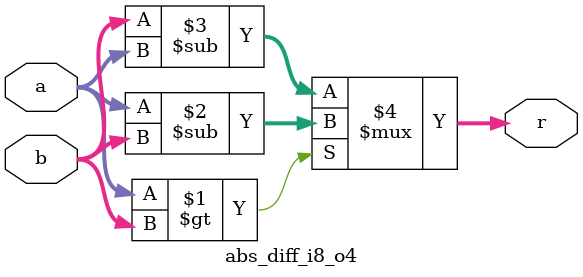
<source format=v>
module abs_diff_i8_o4(a,b,r);
input [3:0] a,b;
output [3:0] r;

assign r = (a>b) ? (a-b) : (b-a);

endmodule

</source>
